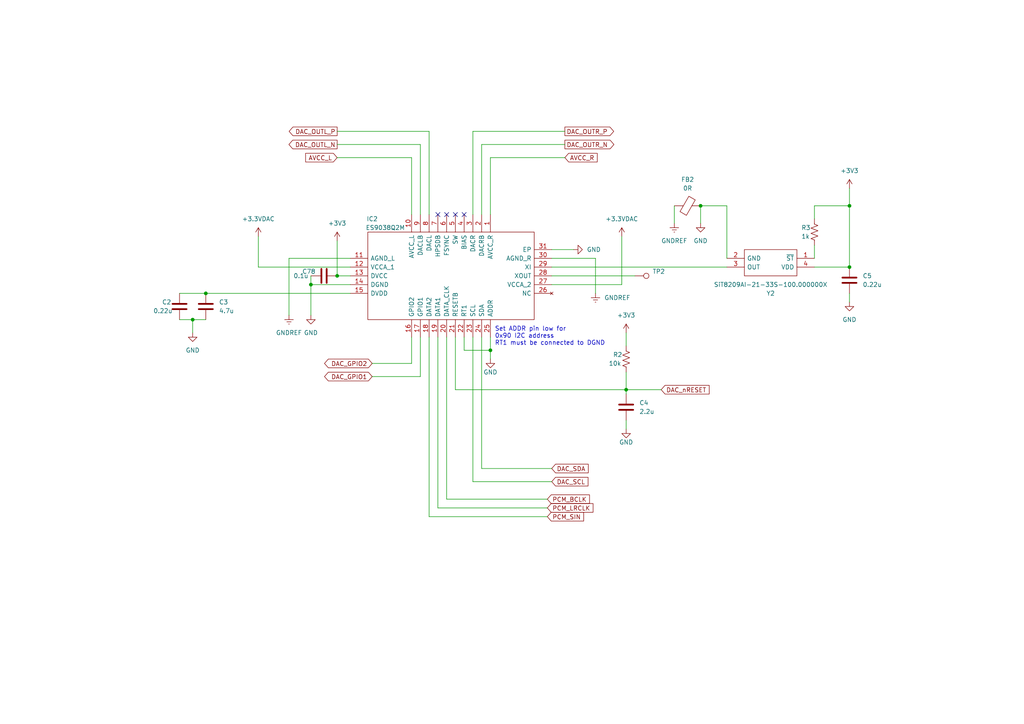
<source format=kicad_sch>
(kicad_sch (version 20211123) (generator eeschema)
  (paper "A4")
  (title_block (title "ES9038Q2M DAC Interface"))
  (lib_symbols
    (symbol "Connector:TestPoint" (pin_numbers hide) (pin_names (offset 0.762) hide)
      (property "Reference" "TP" (at 0 6.858 0))
      (property "Value" "TestPoint" (at 0 5.08 0))
      (symbol "TestPoint_0_1"
        (circle (center 0 3.302) (radius 0.762))
      )
      (symbol "TestPoint_1_1"
        (pin passive line (at 0 0 90) (length 2.54) (name "1") (number "1"))
      )
    )
    (symbol "Device:C" (pin_numbers hide) (pin_names (offset 0.254))
      (property "Reference" "C" (at 0.635 2.54 0))
      (property "Value" "C" (at 0.635 -2.54 0))
      (symbol "C_0_1"
        (polyline (pts (xy -2.032 -0.762) (xy 2.032 -0.762)) (stroke (width 0.508)))
        (polyline (pts (xy -2.032 0.762) (xy 2.032 0.762)) (stroke (width 0.508)))
      )
      (symbol "C_1_1"
        (pin passive line (at 0 3.81 270) (length 2.794) (name "~") (number "1"))
        (pin passive line (at 0 -3.81 90) (length 2.794) (name "~") (number "2"))
      )
    )
    (symbol "Device:FerriteBead" (pin_numbers hide) (pin_names (offset 0))
      (property "Reference" "FB" (at -3.81 0.635 90))
      (property "Value" "FerriteBead" (at 3.81 0 90))
      (symbol "FerriteBead_0_1"
        (polyline (pts (xy 0 -1.27) (xy 0 -1.2192)))
        (polyline (pts (xy 0 1.27) (xy 0 1.2954)))
        (polyline (pts (xy -2.7686 0.4064) (xy -1.7018 2.2606) (xy 2.7686 -0.3048) (xy 1.6764 -2.159) (xy -2.7686 0.4064)))
      )
      (symbol "FerriteBead_1_1"
        (pin passive line (at 0 3.81 270) (length 2.54) (name "~") (number "1"))
        (pin passive line (at 0 -3.81 90) (length 2.54) (name "~") (number "2"))
      )
    )
    (symbol "Device:R_US" (pin_numbers hide) (pin_names (offset 0))
      (property "Reference" "R" (at 2.54 0 90))
      (property "Value" "R_US" (at -2.54 0 90))
      (symbol "R_US_0_1"
        (polyline (pts (xy 0 -2.286) (xy 0 -2.54)))
        (polyline (pts (xy 0 2.286) (xy 0 2.54)))
        (polyline (pts (xy 0 -0.762) (xy 1.016 -1.143) (xy 0 -1.524) (xy -1.016 -1.905) (xy 0 -2.286)))
        (polyline (pts (xy 0 0.762) (xy 1.016 0.381) (xy 0 0) (xy -1.016 -0.381) (xy 0 -0.762)))
        (polyline (pts (xy 0 2.286) (xy 1.016 1.905) (xy 0 1.524) (xy -1.016 1.143) (xy 0 0.762)))
      )
      (symbol "R_US_1_1"
        (pin passive line (at 0 3.81 270) (length 1.27) (name "~") (number "1"))
        (pin passive line (at 0 -3.81 90) (length 1.27) (name "~") (number "2"))
      )
    )
    (symbol "SamacSys_Parts:ES9038Q2M" (pin_names (offset 0.762))
      (property "Reference" "IC" (at 31.75 17.78 0))
      (property "Value" "ES9038Q2M" (at 31.75 15.24 0))
      (symbol "ES9038Q2M_0_0"
        (pin passive line (at 0 0 0) (length 5.08) (name "AVCC_R") (number "1"))
        (pin passive line (at 0 -22.86 0) (length 5.08) (name "AVCC_L") (number "10"))
        (pin passive line (at 12.7 -40.64 90) (length 5.08) (name "AGND_L") (number "11"))
        (pin passive line (at 15.24 -40.64 90) (length 5.08) (name "VCCA_1") (number "12"))
        (pin passive line (at 17.78 -40.64 90) (length 5.08) (name "DVCC") (number "13"))
        (pin passive line (at 20.32 -40.64 90) (length 5.08) (name "DGND") (number "14"))
        (pin passive line (at 22.86 -40.64 90) (length 5.08) (name "DVDD") (number "15"))
        (pin passive line (at 35.56 -22.86 180) (length 5.08) (name "GPIO2") (number "16"))
        (pin passive line (at 35.56 -20.32 180) (length 5.08) (name "GPIO1") (number "17"))
        (pin passive line (at 35.56 -17.78 180) (length 5.08) (name "DATA2") (number "18"))
        (pin passive line (at 35.56 -15.24 180) (length 5.08) (name "DATA1") (number "19"))
        (pin passive line (at 0 -2.54 0) (length 5.08) (name "DACRB") (number "2"))
        (pin passive line (at 35.56 -12.7 180) (length 5.08) (name "DATA_CLK") (number "20"))
        (pin passive line (at 35.56 -10.16 180) (length 5.08) (name "RESETB") (number "21"))
        (pin passive line (at 35.56 -7.62 180) (length 5.08) (name "RT1") (number "22"))
        (pin passive line (at 35.56 -5.08 180) (length 5.08) (name "SCL") (number "23"))
        (pin passive line (at 35.56 -2.54 180) (length 5.08) (name "SDA") (number "24"))
        (pin passive line (at 35.56 0 180) (length 5.08) (name "ADDR") (number "25"))
        (pin no_connect line (at 22.86 17.78 270) (length 5.08) (name "NC") (number "26"))
        (pin passive line (at 20.32 17.78 270) (length 5.08) (name "VCCA_2") (number "27"))
        (pin passive line (at 17.78 17.78 270) (length 5.08) (name "XOUT") (number "28"))
        (pin passive line (at 15.24 17.78 270) (length 5.08) (name "XI") (number "29"))
        (pin passive line (at 0 -5.08 0) (length 5.08) (name "DACR") (number "3"))
        (pin passive line (at 12.7 17.78 270) (length 5.08) (name "AGND_R") (number "30"))
        (pin passive line (at 10.16 17.78 270) (length 5.08) (name "EP") (number "31"))
        (pin passive line (at 0 -7.62 0) (length 5.08) (name "BIAS") (number "4"))
        (pin passive line (at 0 -10.16 0) (length 5.08) (name "SW") (number "5"))
        (pin passive line (at 0 -12.7 0) (length 5.08) (name "FSYNC") (number "6"))
        (pin passive line (at 0 -15.24 0) (length 5.08) (name "HPSDB") (number "7"))
        (pin passive line (at 0 -17.78 0) (length 5.08) (name "DACL") (number "8"))
        (pin passive line (at 0 -20.32 0) (length 5.08) (name "DACLB") (number "9"))
      )
      (symbol "ES9038Q2M_0_1"
        (polyline (pts (xy 5.08 12.7) (xy 30.48 12.7) (xy 30.48 -35.56) (xy 5.08 -35.56) (xy 5.08 12.7)) (stroke (width 0.1524)))
      )
    )
    (symbol "SamacSys_Parts:SiT8209AI-21-33S-100.000000X" (pin_names (offset 0.762))
      (property "Reference" "Y" (at 21.59 7.62 0))
      (property "Value" "SiT8209AI-21-33S-100.000000X" (at 21.59 5.08 0))
      (symbol "SiT8209AI-21-33S-100.000000X_0_0"
        (pin passive line (at 0 -2.54 0) (length 5.08) (name "~{ST}") (number "1"))
        (pin passive line (at 25.4 -2.54 180) (length 5.08) (name "GND") (number "2"))
        (pin passive line (at 25.4 0 180) (length 5.08) (name "OUT") (number "3"))
        (pin passive line (at 0 0 0) (length 5.08) (name "VDD") (number "4"))
      )
      (symbol "SiT8209AI-21-33S-100.000000X_0_1"
        (polyline (pts (xy 5.08 2.54) (xy 20.32 2.54) (xy 20.32 -5.08) (xy 5.08 -5.08) (xy 5.08 2.54)) (stroke (width 0.1524)))
      )
    )
    (symbol "power:+3.3V" (power) (pin_names (offset 0))
      (property "Value" "+3.3V" (at 0 3.556 0))
      (symbol "+3.3V_0_1"
        (polyline (pts (xy -0.762 1.27) (xy 0 2.54)))
        (polyline (pts (xy 0 0) (xy 0 2.54)))
        (polyline (pts (xy 0 2.54) (xy 0.762 1.27)))
      )
      (symbol "+3.3V_1_1"
        (pin power_in line (at 0 0 90) (length 0) hide (name "+3V3") (number "1"))
      )
    )
    (symbol "power:+3.3VDAC" (power) (pin_names (offset 0))
      (property "Value" "+3.3VDAC" (at 0 2.54 0))
      (symbol "+3.3VDAC_0_0"
        (pin power_in line (at 0 0 90) (length 0) hide (name "+3.3VDAC") (number "1"))
      )
      (symbol "+3.3VDAC_0_1"
        (polyline (pts (xy -0.762 1.27) (xy 0 2.54)))
        (polyline (pts (xy 0 0) (xy 0 2.54)))
        (polyline (pts (xy 0 2.54) (xy 0.762 1.27)))
      )
    )
    (symbol "power:GND" (power) (pin_names (offset 0))
      (property "Value" "GND" (at 0 -3.81 0))
      (symbol "GND_0_1"
        (polyline (pts (xy 0 0) (xy 0 -1.27) (xy 1.27 -1.27) (xy 0 -2.54) (xy -1.27 -1.27) (xy 0 -1.27)))
      )
      (symbol "GND_1_1"
        (pin power_in line (at 0 0 270) (length 0) hide (name "GND") (number "1"))
      )
    )
    (symbol "power:GNDREF" (power) (pin_names (offset 0))
      (property "Value" "GNDREF" (at 0 -3.81 0))
      (symbol "GNDREF_0_1"
        (polyline (pts (xy -0.635 -1.905) (xy 0.635 -1.905)))
        (polyline (pts (xy -0.127 -2.54) (xy 0.127 -2.54)))
        (polyline (pts (xy 0 -1.27) (xy 0 0)))
        (polyline (pts (xy 1.27 -1.27) (xy -1.27 -1.27)))
      )
      (symbol "GNDREF_1_1"
        (pin power_in line (at 0 0 270) (length 0) hide (name "GNDREF") (number "1"))
      )
    )
  )
  (junction (at 59.69 85.09))
  (junction (at 181.61 113.03))
  (junction (at 90.17 82.55))
  (junction (at 97.79 80.01))
  (junction (at 246.38 59.69))
  (junction (at 55.88 92.71))
  (junction (at 246.38 77.47))
  (junction (at 203.2 59.69))
  (junction (at 142.24 101.6))
  (no_connect (at 134.62 62.23))
  (no_connect (at 127 62.23))
  (no_connect (at 132.08 62.23))
  (no_connect (at 129.54 62.23))
  (wire (pts (xy 137.16 38.1) (xy 137.16 62.23)))
  (wire (pts (xy 119.38 105.41) (xy 107.95 105.41)))
  (wire (pts (xy 236.22 59.69) (xy 246.38 59.69)))
  (wire (pts (xy 74.93 77.47) (xy 74.93 68.58)))
  (wire (pts (xy 236.22 63.5) (xy 236.22 59.69)))
  (wire (pts (xy 97.79 41.91) (xy 121.92 41.91)))
  (wire (pts (xy 160.02 74.93) (xy 172.72 74.93)))
  (wire (pts (xy 52.07 92.71) (xy 55.88 92.71)))
  (wire (pts (xy 210.82 59.69) (xy 203.2 59.69)))
  (wire (pts (xy 142.24 97.79) (xy 142.24 101.6)))
  (wire (pts (xy 195.58 59.69) (xy 195.58 64.77)))
  (wire (pts (xy 139.7 97.79) (xy 139.7 135.89)))
  (wire (pts (xy 172.72 74.93) (xy 172.72 85.09)))
  (wire (pts (xy 246.38 87.63) (xy 246.38 85.09)))
  (wire (pts (xy 121.92 62.23) (xy 121.92 41.91)))
  (wire (pts (xy 124.46 149.86) (xy 158.75 149.86)))
  (wire (pts (xy 160.02 80.01) (xy 184.15 80.01)))
  (wire (pts (xy 137.16 97.79) (xy 137.16 139.7)))
  (wire (pts (xy 129.54 144.78) (xy 158.75 144.78)))
  (wire (pts (xy 180.34 82.55) (xy 180.34 68.58)))
  (wire (pts (xy 97.79 38.1) (xy 124.46 38.1)))
  (wire (pts (xy 142.24 101.6) (xy 142.24 104.14)))
  (wire (pts (xy 52.07 85.09) (xy 59.69 85.09)))
  (wire (pts (xy 139.7 135.89) (xy 160.02 135.89)))
  (wire (pts (xy 139.7 41.91) (xy 163.83 41.91)))
  (wire (pts (xy 142.24 45.72) (xy 142.24 62.23)))
  (wire (pts (xy 137.16 139.7) (xy 160.02 139.7)))
  (wire (pts (xy 107.95 109.22) (xy 121.92 109.22)))
  (wire (pts (xy 90.17 82.55) (xy 90.17 91.44)))
  (wire (pts (xy 55.88 96.52) (xy 55.88 92.71)))
  (wire (pts (xy 124.46 97.79) (xy 124.46 149.86)))
  (wire (pts (xy 163.83 38.1) (xy 137.16 38.1)))
  (wire (pts (xy 181.61 113.03) (xy 181.61 114.3)))
  (wire (pts (xy 160.02 72.39) (xy 166.37 72.39)))
  (wire (pts (xy 97.79 45.72) (xy 119.38 45.72)))
  (wire (pts (xy 119.38 45.72) (xy 119.38 62.23)))
  (wire (pts (xy 236.22 77.47) (xy 246.38 77.47)))
  (wire (pts (xy 181.61 107.95) (xy 181.61 113.03)))
  (wire (pts (xy 119.38 97.79) (xy 119.38 105.41)))
  (wire (pts (xy 160.02 82.55) (xy 180.34 82.55)))
  (wire (pts (xy 134.62 97.79) (xy 134.62 101.6)))
  (wire (pts (xy 246.38 59.69) (xy 246.38 54.61)))
  (wire (pts (xy 121.92 109.22) (xy 121.92 97.79)))
  (wire (pts (xy 132.08 97.79) (xy 132.08 113.03)))
  (wire (pts (xy 124.46 62.23) (xy 124.46 38.1)))
  (wire (pts (xy 181.61 121.92) (xy 181.61 124.46)))
  (wire (pts (xy 127 147.32) (xy 158.75 147.32)))
  (wire (pts (xy 210.82 74.93) (xy 210.82 59.69)))
  (wire (pts (xy 127 97.79) (xy 127 147.32)))
  (wire (pts (xy 203.2 59.69) (xy 203.2 64.77)))
  (wire (pts (xy 83.82 74.93) (xy 83.82 91.44)))
  (wire (pts (xy 59.69 85.09) (xy 101.6 85.09)))
  (wire (pts (xy 129.54 97.79) (xy 129.54 144.78)))
  (wire (pts (xy 101.6 74.93) (xy 83.82 74.93)))
  (wire (pts (xy 246.38 77.47) (xy 246.38 59.69)))
  (wire (pts (xy 134.62 101.6) (xy 142.24 101.6)))
  (wire (pts (xy 181.61 96.52) (xy 181.61 100.33)))
  (wire (pts (xy 101.6 80.01) (xy 97.79 80.01)))
  (wire (pts (xy 139.7 62.23) (xy 139.7 41.91)))
  (wire (pts (xy 90.17 80.01) (xy 90.17 82.55)))
  (wire (pts (xy 101.6 77.47) (xy 74.93 77.47)))
  (wire (pts (xy 181.61 113.03) (xy 191.77 113.03)))
  (wire (pts (xy 160.02 77.47) (xy 210.82 77.47)))
  (wire (pts (xy 55.88 92.71) (xy 59.69 92.71)))
  (wire (pts (xy 236.22 71.12) (xy 236.22 74.93)))
  (wire (pts (xy 132.08 113.03) (xy 181.61 113.03)))
  (wire (pts (xy 142.24 45.72) (xy 163.83 45.72)))
  (wire (pts (xy 97.79 80.01) (xy 97.79 69.85)))
  (wire (pts (xy 101.6 82.55) (xy 90.17 82.55)))
  (text "Set ADDR pin low for \n0x90 I2C address\nRT1 must be connected to DGND" (at 143.51 100.33 0) (effects (font (size 1.27 1.27)) (justify left bottom)))
  (global_label "DAC_SCL" (shape input) (at 160.02 139.7 0) (property "Intersheet References" "${INTERSHEET_REFS}" (effects hide)))
  (global_label "DAC_GPIO1" (shape bidirectional) (at 107.95 109.22 180) (property "Intersheet References" "${INTERSHEET_REFS}" (effects hide)))
  (global_label "PCM_BCLK" (shape input) (at 158.75 144.78 0) (property "Intersheet References" "${INTERSHEET_REFS}" (effects hide)))
  (global_label "DAC_GPIO2" (shape bidirectional) (at 107.95 105.41 180) (property "Intersheet References" "${INTERSHEET_REFS}" (effects hide)))
  (global_label "PCM_LRCLK" (shape input) (at 158.75 147.32 0) (property "Intersheet References" "${INTERSHEET_REFS}" (effects hide)))
  (global_label "DAC_OUTL_N" (shape output) (at 97.79 41.91 180) (property "Intersheet References" "${INTERSHEET_REFS}" (effects hide)))
  (global_label "DAC_OUTL_P" (shape output) (at 97.79 38.1 180) (property "Intersheet References" "${INTERSHEET_REFS}" (effects hide)))
  (global_label "DAC_OUTR_P" (shape output) (at 163.83 38.1 0) (property "Intersheet References" "${INTERSHEET_REFS}" (effects hide)))
  (global_label "AVCC_L" (shape input) (at 97.79 45.72 180) (property "Intersheet References" "${INTERSHEET_REFS}" (effects hide)))
  (global_label "AVCC_R" (shape input) (at 163.83 45.72 0) (property "Intersheet References" "${INTERSHEET_REFS}" (effects hide)))
  (global_label "DAC_nRESET" (shape input) (at 191.77 113.03 0) (property "Intersheet References" "${INTERSHEET_REFS}" (effects hide)))
  (global_label "DAC_SDA" (shape input) (at 160.02 135.89 0) (property "Intersheet References" "${INTERSHEET_REFS}" (effects hide)))
  (global_label "DAC_OUTR_N" (shape output) (at 163.83 41.91 0) (property "Intersheet References" "${INTERSHEET_REFS}" (effects hide)))
  (global_label "PCM_SIN" (shape input) (at 158.75 149.86 0) (property "Intersheet References" "${INTERSHEET_REFS}" (effects hide)))
  (symbol (lib_id "SamacSys_Parts:SiT8209AI-21-33S-100.000000X") (at 236.22 77.47 180) (unit 1)
    (property "Reference" "Y2" (at 223.52 85.09 0))
    (property "Value" "SiT8209AI-21-33S-100.000000X" (at 223.52 82.55 0))
    (property "Footprint" "SamacSys_Parts:SiT8209AI2133S100000000X" (effects hide))
    (property "Datasheet" "https://www.sitime.com/datasheet/SiT8209" (effects hide))
    (property "Description" "Standard Clock Oscillators 100MHz 3.3V 20ppm -40C +85C" (effects hide))
    (property "Height" "0.8" (effects hide))
    (property "Manufacturer_Name" "SiTime" (effects hide))
    (property "Manufacturer_Part_Number" "SiT8209AI-21-33S-100.000000X" (effects hide))
    (property "Mouser Part Number" "788-8209AI2133S-100X" (effects hide))
    (property "Mouser Price/Stock" "https://www.mouser.co.uk/ProductDetail/SiTime/SiT8209AI-21-33S-100000000X/?qs=dMZC7um9hO%2FCCeAXYgl5Tw%3D%3D" (effects hide))
  )
  (symbol (lib_id "power:GND") (at 203.2 64.77 0) (unit 1)
    (property "Reference" "#PWR0115" (effects hide))
    (property "Value" "GND" (at 203.2 69.85 0))
  )
  (symbol (lib_id "power:+3.3V") (at 97.79 69.85 0) (unit 1)
    (property "Reference" "#PWR0106" (effects hide))
    (property "Value" "+3.3V" (at 97.79 64.77 0))
  )
  (symbol (lib_id "power:+3.3V") (at 246.38 54.61 0) (unit 1)
    (property "Reference" "#PWR0110" (effects hide))
    (property "Value" "+3.3V" (at 246.38 49.53 0))
  )
  (symbol (lib_id "Device:C") (at 181.61 118.11 0) (unit 1)
    (property "Reference" "C4" (at 185.42 116.8399 0) (effects (justify left)))
    (property "Value" "2.2u" (at 185.42 119.3799 0) (effects (justify left)))
    (property "Footprint" "Capacitor_SMD:C_0805_2012Metric_Pad1.18x1.45mm_HandSolder" (effects hide))
    (property "Part Number" "TMK212B7225KGHT" (effects hide))
    (property "Mouser Part Number" "963-TMK212B7225KGHT" (effects hide))
  )
  (symbol (lib_id "power:GND") (at 55.88 96.52 0) (unit 1)
    (property "Reference" "#PWR0105" (effects hide))
    (property "Value" "GND" (at 55.88 101.6 0))
  )
  (symbol (lib_id "power:GND") (at 90.17 91.44 0) (unit 1)
    (property "Reference" "#PWR0108" (effects hide))
    (property "Value" "GND" (at 90.17 96.52 0))
  )
  (symbol (lib_id "power:+3.3V") (at 181.61 96.52 0) (unit 1)
    (property "Reference" "#PWR0102" (effects hide))
    (property "Value" "+3.3V" (at 181.61 91.44 0))
  )
  (symbol (lib_id "power:GNDREF") (at 195.58 64.77 0) (unit 1)
    (property "Reference" "#PWR0114" (effects hide))
    (property "Value" "GNDREF" (at 195.58 69.85 0))
  )
  (symbol (lib_id "Device:R_US") (at 181.61 104.14 0) (unit 1)
    (property "Reference" "R2" (at 177.8 102.87 0) (effects (justify left)))
    (property "Value" "10k" (at 176.53 105.41 0) (effects (justify left)))
    (property "Footprint" "Resistor_SMD:R_0805_2012Metric_Pad1.20x1.40mm_HandSolder" (effects hide))
    (property "Part Number" "RC0805FR-7W10KL" (effects hide))
    (property "Mouser Part Number" "603-RC0805FR-7W10KL" (effects hide))
  )
  (symbol (lib_id "power:+3.3VDAC") (at 74.93 68.58 0) (unit 1)
    (property "Reference" "#PWR0107" (effects hide))
    (property "Value" "+3.3VDAC" (at 74.93 63.5 0))
  )
  (symbol (lib_id "power:GND") (at 181.61 124.46 0) (unit 1)
    (property "Reference" "#PWR0103" (effects hide))
    (property "Value" "GND" (at 181.61 128.27 0))
  )
  (symbol (lib_id "Device:C") (at 246.38 81.28 0) (unit 1)
    (property "Reference" "C5" (at 250.19 80.0099 0) (effects (justify left)))
    (property "Value" "0.22u" (at 250.19 82.5499 0) (effects (justify left)))
    (property "Footprint" "Capacitor_SMD:C_0805_2012Metric_Pad1.18x1.45mm_HandSolder" (effects hide))
    (property "Part Number" "CL21B224KAFNNNG" (effects hide))
    (property "Mouser Part Number" "187-CL21B224KAFNNNG" (effects hide))
  )
  (symbol (lib_id "power:GNDREF") (at 83.82 91.44 0) (unit 1)
    (property "Reference" "#PWR0109" (effects hide))
    (property "Value" "GNDREF" (at 80.01 96.52 0) (effects (justify left)))
  )
  (symbol (lib_id "Device:C") (at 52.07 88.9 0) (unit 1)
    (property "Reference" "C2" (at 46.99 87.63 0) (effects (justify left)))
    (property "Value" "0.22u" (at 44.45 90.17 0) (effects (justify left)))
    (property "Footprint" "Capacitor_SMD:C_0805_2012Metric_Pad1.18x1.45mm_HandSolder" (effects hide))
    (property "Part Number" "CL21B224KAFNNNG" (effects hide))
    (property "Mouser Part Number" "187-CL21B224KAFNNNG" (effects hide))
  )
  (symbol (lib_id "Connector:TestPoint") (at 184.15 80.01 270) (unit 1)
    (property "Reference" "TP2" (at 189.23 78.7399 90) (effects (justify left)))
    (property "Value" "TestPoint" (effects hide))
    (property "Footprint" "TestPoint:TestPoint_Pad_D1.0mm" (effects hide))
  )
  (symbol (lib_id "power:GND") (at 246.38 87.63 0) (unit 1)
    (property "Reference" "#PWR0112" (effects hide))
    (property "Value" "GND" (at 246.38 92.71 0))
  )
  (symbol (lib_id "power:GND") (at 142.24 104.14 0) (unit 1)
    (property "Reference" "#PWR0104" (effects hide))
    (property "Value" "GND" (at 142.24 107.95 0))
  )
  (symbol (lib_id "Device:FerriteBead") (at 199.39 59.69 270) (unit 1)
    (property "Reference" "FB2" (at 199.4408 52.07 90))
    (property "Value" "0R" (at 199.4408 54.61 90))
    (property "Footprint" "SamacSys_Parts:BEADC2012X110N" (effects hide))
    (property "Part Number" "MFBW1V2012-000-R" (effects hide))
    (property "Mouser Part Number" "704-MFBW1V2012-000-R" (effects hide))
  )
  (symbol (lib_id "power:GNDREF") (at 172.72 85.09 0) (unit 1)
    (property "Reference" "#PWR0101" (effects hide))
    (property "Value" "GNDREF" (at 175.26 86.3599 0) (effects (justify left)))
  )
  (symbol (lib_id "power:+3.3VDAC") (at 180.34 68.58 0) (unit 1)
    (property "Reference" "#PWR0113" (effects hide))
    (property "Value" "+3.3VDAC" (at 180.34 63.5 0))
  )
  (symbol (lib_id "Device:C") (at 59.69 88.9 0) (unit 1)
    (property "Reference" "C3" (at 63.5 87.6299 0) (effects (justify left)))
    (property "Value" "4.7u" (at 63.5 90.1699 0) (effects (justify left)))
    (property "Footprint" "Capacitor_SMD:C_0805_2012Metric_Pad1.18x1.45mm_HandSolder" (effects hide))
    (property "Part Number" "CC0805KKX5R7BB475" (effects hide))
    (property "Mouser Part Number" "603-CC805KKX5R7BB475" (effects hide))
  )
  (symbol (lib_id "SamacSys_Parts:ES9038Q2M") (at 142.24 62.23 270) (unit 1)
    (property "Reference" "IC2" (at 107.95 63.5 90))
    (property "Value" "ES9038Q2M" (at 111.76 66.04 90))
    (property "Footprint" "SamacSys_Parts:QFN40P300X500X80-31N-D" (effects hide))
    (property "Description" "Digital to Analog Converters - DAC Sabre 32 Reference Stereo low power audiophile DAC w/DOP" (effects hide))
    (property "Height" "0.8" (effects hide))
    (property "Manufacturer_Name" "ESS Technology" (effects hide))
    (property "Manufacturer_Part_Number" "ES9038Q2M" (effects hide))
    (property "Mouser Part Number" "460-ES9038Q2M" (effects hide))
    (property "Mouser Price/Stock" "https://www.mouser.co.uk/ProductDetail/ESS-Technology/ES9038Q2M?qs=sPbYRqrBIVmdeUedURuuOw%3D%3D" (effects hide))
  )
  (symbol (lib_id "Device:C") (at 93.98 80.01 270) (unit 1)
    (property "Reference" "C78" (at 87.63 78.74 90) (effects (justify left)))
    (property "Value" "0.1u" (at 85.09 80.01 90) (effects (justify left)))
    (property "Footprint" "Capacitor_SMD:C_0805_2012Metric_Pad1.18x1.45mm_HandSolder" (effects hide))
    (property "Part Number" "CL21B104KBCNFNC" (effects hide))
    (property "Mouser Part Number" "187-CL21B104KBCNFNC" (effects hide))
  )
  (symbol (lib_id "Device:R_US") (at 236.22 67.31 0) (unit 1)
    (property "Reference" "R3" (at 232.41 66.04 0) (effects (justify left)))
    (property "Value" "1k" (at 232.41 68.58 0) (effects (justify left)))
    (property "Footprint" "Resistor_SMD:R_0805_2012Metric_Pad1.20x1.40mm_HandSolder" (effects hide))
    (property "Part Number" "ERJ-HP6D1001V" (effects hide))
    (property "Mouser Part Number" "667-ERJ-HP6D1001V" (effects hide))
  )
  (symbol (lib_id "power:GND") (at 166.37 72.39 90) (unit 1)
    (property "Reference" "#PWR0111" (effects hide))
    (property "Value" "GND" (at 170.18 72.3899 90) (effects (justify right)))
  )
)
</source>
